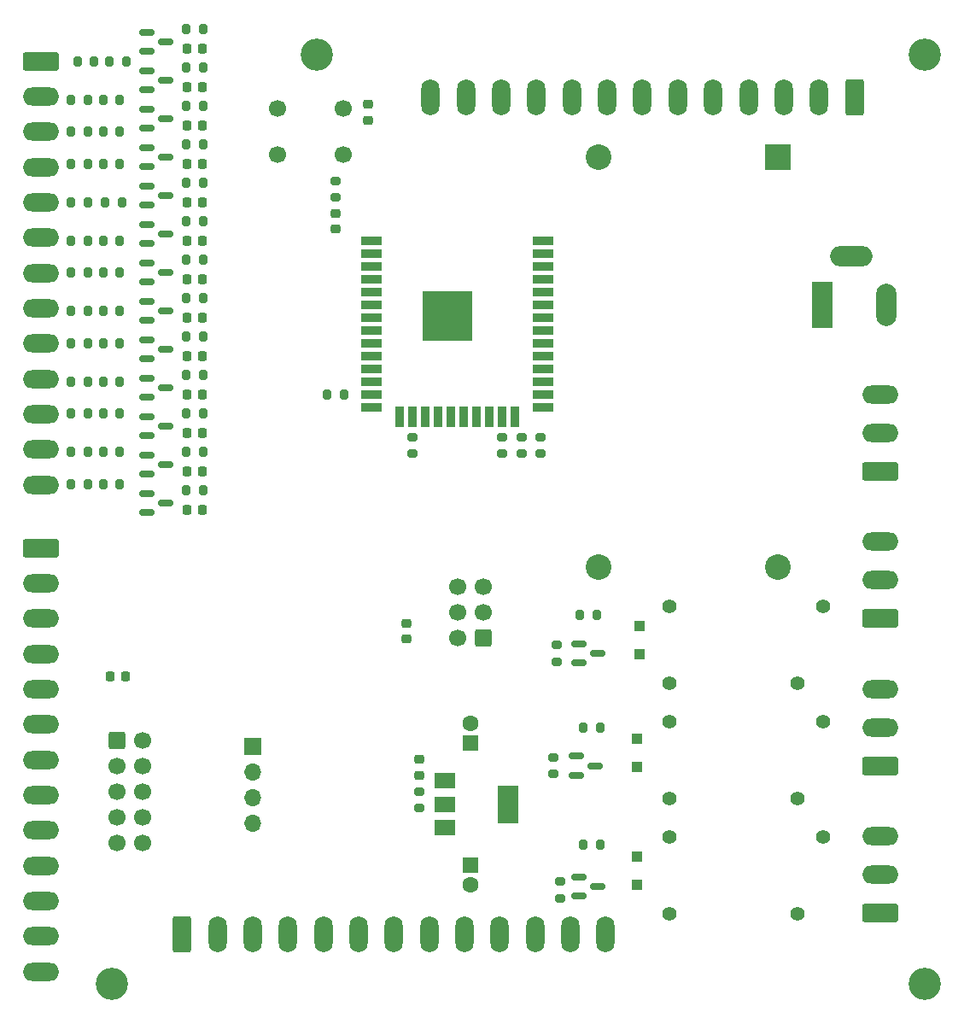
<source format=gts>
%TF.GenerationSoftware,KiCad,Pcbnew,(6.0.0)*%
%TF.CreationDate,2022-03-13T20:29:15-04:00*%
%TF.ProjectId,alarm_panel_breakout,616c6172-6d5f-4706-916e-656c5f627265,rev?*%
%TF.SameCoordinates,Original*%
%TF.FileFunction,Soldermask,Top*%
%TF.FilePolarity,Negative*%
%FSLAX46Y46*%
G04 Gerber Fmt 4.6, Leading zero omitted, Abs format (unit mm)*
G04 Created by KiCad (PCBNEW (6.0.0)) date 2022-03-13 20:29:15*
%MOMM*%
%LPD*%
G01*
G04 APERTURE LIST*
G04 Aperture macros list*
%AMRoundRect*
0 Rectangle with rounded corners*
0 $1 Rounding radius*
0 $2 $3 $4 $5 $6 $7 $8 $9 X,Y pos of 4 corners*
0 Add a 4 corners polygon primitive as box body*
4,1,4,$2,$3,$4,$5,$6,$7,$8,$9,$2,$3,0*
0 Add four circle primitives for the rounded corners*
1,1,$1+$1,$2,$3*
1,1,$1+$1,$4,$5*
1,1,$1+$1,$6,$7*
1,1,$1+$1,$8,$9*
0 Add four rect primitives between the rounded corners*
20,1,$1+$1,$2,$3,$4,$5,0*
20,1,$1+$1,$4,$5,$6,$7,0*
20,1,$1+$1,$6,$7,$8,$9,0*
20,1,$1+$1,$8,$9,$2,$3,0*%
G04 Aperture macros list end*
%ADD10RoundRect,0.200000X0.200000X0.275000X-0.200000X0.275000X-0.200000X-0.275000X0.200000X-0.275000X0*%
%ADD11RoundRect,0.150000X-0.587500X-0.150000X0.587500X-0.150000X0.587500X0.150000X-0.587500X0.150000X0*%
%ADD12RoundRect,0.200000X-0.200000X-0.275000X0.200000X-0.275000X0.200000X0.275000X-0.200000X0.275000X0*%
%ADD13RoundRect,0.200000X-0.275000X0.200000X-0.275000X-0.200000X0.275000X-0.200000X0.275000X0.200000X0*%
%ADD14RoundRect,0.225000X-0.250000X0.225000X-0.250000X-0.225000X0.250000X-0.225000X0.250000X0.225000X0*%
%ADD15R,2.540000X2.540000*%
%ADD16C,2.540000*%
%ADD17RoundRect,0.218750X-0.256250X0.218750X-0.256250X-0.218750X0.256250X-0.218750X0.256250X0.218750X0*%
%ADD18R,1.600000X1.600000*%
%ADD19C,1.600000*%
%ADD20RoundRect,0.225000X-0.225000X-0.250000X0.225000X-0.250000X0.225000X0.250000X-0.225000X0.250000X0*%
%ADD21C,1.400000*%
%ADD22R,2.000000X4.600000*%
%ADD23O,2.000000X4.200000*%
%ADD24O,4.200000X2.000000*%
%ADD25C,3.200000*%
%ADD26RoundRect,0.250000X-1.550000X0.650000X-1.550000X-0.650000X1.550000X-0.650000X1.550000X0.650000X0*%
%ADD27O,3.600000X1.800000*%
%ADD28RoundRect,0.225000X0.225000X0.250000X-0.225000X0.250000X-0.225000X-0.250000X0.225000X-0.250000X0*%
%ADD29RoundRect,0.250000X-0.650000X-1.550000X0.650000X-1.550000X0.650000X1.550000X-0.650000X1.550000X0*%
%ADD30O,1.800000X3.600000*%
%ADD31RoundRect,0.200000X0.275000X-0.200000X0.275000X0.200000X-0.275000X0.200000X-0.275000X-0.200000X0*%
%ADD32R,1.100000X1.100000*%
%ADD33RoundRect,0.250000X-0.600000X-0.600000X0.600000X-0.600000X0.600000X0.600000X-0.600000X0.600000X0*%
%ADD34C,1.700000*%
%ADD35RoundRect,0.225000X0.250000X-0.225000X0.250000X0.225000X-0.250000X0.225000X-0.250000X-0.225000X0*%
%ADD36RoundRect,0.250000X1.550000X-0.650000X1.550000X0.650000X-1.550000X0.650000X-1.550000X-0.650000X0*%
%ADD37R,2.000000X0.900000*%
%ADD38R,0.900000X2.000000*%
%ADD39R,5.000000X5.000000*%
%ADD40RoundRect,0.250000X0.650000X1.550000X-0.650000X1.550000X-0.650000X-1.550000X0.650000X-1.550000X0*%
%ADD41RoundRect,0.250000X0.600000X0.600000X-0.600000X0.600000X-0.600000X-0.600000X0.600000X-0.600000X0*%
%ADD42R,2.000000X1.500000*%
%ADD43R,2.000000X3.800000*%
%ADD44R,1.700000X1.700000*%
%ADD45O,1.700000X1.700000*%
G04 APERTURE END LIST*
D10*
%TO.C,R2*%
X34480000Y-33655000D03*
X32830000Y-33655000D03*
%TD*%
D11*
%TO.C,Q13*%
X14937500Y-5400000D03*
X14937500Y-7300000D03*
X16812500Y-6350000D03*
%TD*%
D12*
%TO.C,R18*%
X10605000Y-39370000D03*
X12255000Y-39370000D03*
%TD*%
%TO.C,R16*%
X18860000Y-43180000D03*
X20510000Y-43180000D03*
%TD*%
D13*
%TO.C,R9*%
X55530000Y-58510000D03*
X55530000Y-60160000D03*
%TD*%
D12*
%TO.C,R17*%
X7430000Y-39370000D03*
X9080000Y-39370000D03*
%TD*%
%TO.C,R15*%
X10605000Y-42545000D03*
X12255000Y-42545000D03*
%TD*%
D14*
%TO.C,C3*%
X33655000Y-15735000D03*
X33655000Y-17285000D03*
%TD*%
D15*
%TO.C,U3*%
X77470000Y-10160000D03*
D16*
X59690000Y-10160000D03*
X59690000Y-50800000D03*
X77470000Y-50800000D03*
%TD*%
D11*
%TO.C,Q12*%
X14937500Y-9210000D03*
X14937500Y-11110000D03*
X16812500Y-10160000D03*
%TD*%
D12*
%TO.C,R44*%
X8065000Y-635000D03*
X9715000Y-635000D03*
%TD*%
D17*
%TO.C,D1*%
X41910000Y-69887500D03*
X41910000Y-71462500D03*
%TD*%
D18*
%TO.C,C4*%
X46990000Y-80324888D03*
D19*
X46990000Y-82324888D03*
%TD*%
D20*
%TO.C,C10*%
X18910000Y-33655000D03*
X20460000Y-33655000D03*
%TD*%
D11*
%TO.C,Q7*%
X14937500Y-32070000D03*
X14937500Y-33970000D03*
X16812500Y-33020000D03*
%TD*%
%TO.C,Q4*%
X14937500Y-43500000D03*
X14937500Y-45400000D03*
X16812500Y-44450000D03*
%TD*%
D20*
%TO.C,C16*%
X18910000Y-6985000D03*
X20460000Y-6985000D03*
%TD*%
D13*
%TO.C,R3*%
X52070000Y-37910000D03*
X52070000Y-39560000D03*
%TD*%
D21*
%TO.C,K3*%
X66740000Y-77575000D03*
X81980000Y-77575000D03*
X79440000Y-85175000D03*
X66740000Y-85175000D03*
%TD*%
D12*
%TO.C,R32*%
X7430000Y-18415000D03*
X9080000Y-18415000D03*
%TD*%
D11*
%TO.C,Q5*%
X14937500Y-39690000D03*
X14937500Y-41590000D03*
X16812500Y-40640000D03*
%TD*%
D12*
%TO.C,R40*%
X18860000Y-8890000D03*
X20510000Y-8890000D03*
%TD*%
D20*
%TO.C,C7*%
X18910000Y-45085000D03*
X20460000Y-45085000D03*
%TD*%
%TO.C,C15*%
X18910000Y-10795000D03*
X20460000Y-10795000D03*
%TD*%
D22*
%TO.C,J9*%
X81915000Y-24780000D03*
D23*
X88215000Y-24780000D03*
D24*
X84815000Y-19980000D03*
%TD*%
D25*
%TO.C,REF\u002A\u002A*%
X92075000Y-92075000D03*
%TD*%
D20*
%TO.C,C14*%
X18910000Y-14605000D03*
X20460000Y-14605000D03*
%TD*%
D11*
%TO.C,Q6*%
X14937500Y-35880000D03*
X14937500Y-37780000D03*
X16812500Y-36830000D03*
%TD*%
D20*
%TO.C,C9*%
X18910000Y-37465000D03*
X20460000Y-37465000D03*
%TD*%
D26*
%TO.C,J11*%
X4445000Y-635000D03*
D27*
X4445000Y-4135000D03*
X4445000Y-7635000D03*
X4445000Y-11135000D03*
X4445000Y-14635000D03*
X4445000Y-18135000D03*
X4445000Y-21635000D03*
X4445000Y-25135000D03*
X4445000Y-28635000D03*
X4445000Y-32135000D03*
X4445000Y-35635000D03*
X4445000Y-39135000D03*
X4445000Y-42635000D03*
%TD*%
D20*
%TO.C,C18*%
X18910000Y-26035000D03*
X20460000Y-26035000D03*
%TD*%
D11*
%TO.C,Q1*%
X57767500Y-58385000D03*
X57767500Y-60285000D03*
X59642500Y-59335000D03*
%TD*%
D20*
%TO.C,C19*%
X18910000Y-3175000D03*
X20460000Y-3175000D03*
%TD*%
D28*
%TO.C,C1*%
X12840000Y-61595000D03*
X11290000Y-61595000D03*
%TD*%
D12*
%TO.C,R43*%
X18860000Y-5080000D03*
X20510000Y-5080000D03*
%TD*%
%TO.C,R8*%
X57880000Y-55525000D03*
X59530000Y-55525000D03*
%TD*%
%TO.C,R19*%
X18860000Y-39370000D03*
X20510000Y-39370000D03*
%TD*%
D29*
%TO.C,J12*%
X18425000Y-87237500D03*
D30*
X21925000Y-87237500D03*
X25425000Y-87237500D03*
X28925000Y-87237500D03*
X32425000Y-87237500D03*
X35925000Y-87237500D03*
X39425000Y-87237500D03*
X42925000Y-87237500D03*
X46425000Y-87237500D03*
X49925000Y-87237500D03*
X53425000Y-87237500D03*
X56925000Y-87237500D03*
X60425000Y-87237500D03*
%TD*%
D31*
%TO.C,R7*%
X53975000Y-39560000D03*
X53975000Y-37910000D03*
%TD*%
D32*
%TO.C,D3*%
X63500000Y-67815000D03*
X63500000Y-70615000D03*
%TD*%
D12*
%TO.C,R50*%
X7430000Y-4445000D03*
X9080000Y-4445000D03*
%TD*%
D11*
%TO.C,Q3*%
X57785000Y-81530000D03*
X57785000Y-83430000D03*
X59660000Y-82480000D03*
%TD*%
%TO.C,Q16*%
X14937500Y-1590000D03*
X14937500Y-3490000D03*
X16812500Y-2540000D03*
%TD*%
D12*
%TO.C,R30*%
X10605000Y-21590000D03*
X12255000Y-21590000D03*
%TD*%
%TO.C,R36*%
X10795000Y-14605000D03*
X12445000Y-14605000D03*
%TD*%
D11*
%TO.C,Q10*%
X14937500Y-16830000D03*
X14937500Y-18730000D03*
X16812500Y-17780000D03*
%TD*%
D12*
%TO.C,R47*%
X7430000Y-25400000D03*
X9080000Y-25400000D03*
%TD*%
%TO.C,R49*%
X18860000Y-24130000D03*
X20510000Y-24130000D03*
%TD*%
D14*
%TO.C,C2*%
X36830000Y-4940000D03*
X36830000Y-6490000D03*
%TD*%
D12*
%TO.C,R22*%
X18860000Y-35560000D03*
X20510000Y-35560000D03*
%TD*%
D18*
%TO.C,C5*%
X46990000Y-68265113D03*
D19*
X46990000Y-66265113D03*
%TD*%
D11*
%TO.C,Q8*%
X14937500Y-28260000D03*
X14937500Y-30160000D03*
X16812500Y-29210000D03*
%TD*%
D12*
%TO.C,R34*%
X18860000Y-16510000D03*
X20510000Y-16510000D03*
%TD*%
D33*
%TO.C,J1*%
X11947500Y-67945000D03*
D34*
X14487500Y-67945000D03*
X11947500Y-70485000D03*
X14487500Y-70485000D03*
X11947500Y-73025000D03*
X14487500Y-73025000D03*
X11947500Y-75565000D03*
X14487500Y-75565000D03*
X11947500Y-78105000D03*
X14487500Y-78105000D03*
%TD*%
D12*
%TO.C,R14*%
X7430000Y-42545000D03*
X9080000Y-42545000D03*
%TD*%
%TO.C,R52*%
X18860000Y-1270000D03*
X20510000Y-1270000D03*
%TD*%
%TO.C,R31*%
X18860000Y-20320000D03*
X20510000Y-20320000D03*
%TD*%
D34*
%TO.C,SW1*%
X27865000Y-5370000D03*
X34365000Y-5370000D03*
X27865000Y-9870000D03*
X34365000Y-9870000D03*
%TD*%
D20*
%TO.C,C8*%
X18910000Y-41275000D03*
X20460000Y-41275000D03*
%TD*%
D12*
%TO.C,R23*%
X7430000Y-32385000D03*
X9080000Y-32385000D03*
%TD*%
%TO.C,R28*%
X18860000Y-27940000D03*
X20510000Y-27940000D03*
%TD*%
D35*
%TO.C,C6*%
X40640000Y-57925000D03*
X40640000Y-56375000D03*
%TD*%
D13*
%TO.C,R5*%
X41275000Y-37910000D03*
X41275000Y-39560000D03*
%TD*%
D12*
%TO.C,R29*%
X7430000Y-21590000D03*
X9080000Y-21590000D03*
%TD*%
%TO.C,R12*%
X58230000Y-78355000D03*
X59880000Y-78355000D03*
%TD*%
D25*
%TO.C,REF\u002A\u002A*%
X11430000Y-92075000D03*
%TD*%
D12*
%TO.C,R10*%
X58230000Y-66675000D03*
X59880000Y-66675000D03*
%TD*%
D11*
%TO.C,Q15*%
X14937500Y-24450000D03*
X14937500Y-26350000D03*
X16812500Y-25400000D03*
%TD*%
D36*
%TO.C,J4*%
X87630000Y-41275000D03*
D27*
X87630000Y-37465000D03*
X87630000Y-33655000D03*
%TD*%
D25*
%TO.C,REF\u002A\u002A*%
X92075000Y0D03*
%TD*%
D37*
%TO.C,U1*%
X37220000Y-18415000D03*
X37220000Y-19685000D03*
X37220000Y-20955000D03*
X37220000Y-22225000D03*
X37220000Y-23495000D03*
X37220000Y-24765000D03*
X37220000Y-26035000D03*
X37220000Y-27305000D03*
X37220000Y-28575000D03*
X37220000Y-29845000D03*
X37220000Y-31115000D03*
X37220000Y-32385000D03*
X37220000Y-33655000D03*
X37220000Y-34925000D03*
D38*
X40005000Y-35925000D03*
X41275000Y-35925000D03*
X42545000Y-35925000D03*
X43815000Y-35925000D03*
X45085000Y-35925000D03*
X46355000Y-35925000D03*
X47625000Y-35925000D03*
X48895000Y-35925000D03*
X50165000Y-35925000D03*
X51435000Y-35925000D03*
D37*
X54220000Y-34925000D03*
X54220000Y-33655000D03*
X54220000Y-32385000D03*
X54220000Y-31115000D03*
X54220000Y-29845000D03*
X54220000Y-28575000D03*
X54220000Y-27305000D03*
X54220000Y-26035000D03*
X54220000Y-24765000D03*
X54220000Y-23495000D03*
X54220000Y-22225000D03*
X54220000Y-20955000D03*
X54220000Y-19685000D03*
X54220000Y-18415000D03*
D39*
X44720000Y-25915000D03*
%TD*%
D11*
%TO.C,Q11*%
X14937500Y-13020000D03*
X14937500Y-14920000D03*
X16812500Y-13970000D03*
%TD*%
%TO.C,Q9*%
X14937500Y-20640000D03*
X14937500Y-22540000D03*
X16812500Y-21590000D03*
%TD*%
D40*
%TO.C,J10*%
X85080000Y-4202500D03*
D30*
X81580000Y-4202500D03*
X78080000Y-4202500D03*
X74580000Y-4202500D03*
X71080000Y-4202500D03*
X67580000Y-4202500D03*
X64080000Y-4202500D03*
X60580000Y-4202500D03*
X57080000Y-4202500D03*
X53580000Y-4202500D03*
X50080000Y-4202500D03*
X46580000Y-4202500D03*
X43080000Y-4202500D03*
%TD*%
D12*
%TO.C,R24*%
X10605000Y-32385000D03*
X12255000Y-32385000D03*
%TD*%
%TO.C,R35*%
X7430000Y-14605000D03*
X9080000Y-14605000D03*
%TD*%
D32*
%TO.C,D4*%
X63500000Y-79495000D03*
X63500000Y-82295000D03*
%TD*%
D11*
%TO.C,Q2*%
X57482500Y-69535000D03*
X57482500Y-71435000D03*
X59357500Y-70485000D03*
%TD*%
D21*
%TO.C,K1*%
X66740000Y-54715000D03*
X81980000Y-54715000D03*
X79440000Y-62315000D03*
X66740000Y-62315000D03*
%TD*%
D12*
%TO.C,R51*%
X10605000Y-4445000D03*
X12255000Y-4445000D03*
%TD*%
D13*
%TO.C,R13*%
X55880000Y-81975000D03*
X55880000Y-83625000D03*
%TD*%
D11*
%TO.C,Q14*%
X14937500Y2220000D03*
X14937500Y320000D03*
X16812500Y1270000D03*
%TD*%
D31*
%TO.C,R4*%
X41910000Y-74675000D03*
X41910000Y-73025000D03*
%TD*%
D20*
%TO.C,C12*%
X18910000Y-22225000D03*
X20460000Y-22225000D03*
%TD*%
%TO.C,C17*%
X18910000Y635000D03*
X20460000Y635000D03*
%TD*%
D41*
%TO.C,J2*%
X48260000Y-57785000D03*
D34*
X45720000Y-57785000D03*
X48260000Y-55245000D03*
X45720000Y-55245000D03*
X48260000Y-52705000D03*
X45720000Y-52705000D03*
%TD*%
D12*
%TO.C,R26*%
X7430000Y-28575000D03*
X9080000Y-28575000D03*
%TD*%
%TO.C,R48*%
X10605000Y-25400000D03*
X12255000Y-25400000D03*
%TD*%
D36*
%TO.C,J8*%
X87630000Y-55880000D03*
D27*
X87630000Y-52070000D03*
X87630000Y-48260000D03*
%TD*%
D12*
%TO.C,R38*%
X7430000Y-10795000D03*
X9080000Y-10795000D03*
%TD*%
D13*
%TO.C,R6*%
X50165000Y-37910000D03*
X50165000Y-39560000D03*
%TD*%
D32*
%TO.C,D2*%
X63785000Y-56665000D03*
X63785000Y-59465000D03*
%TD*%
D12*
%TO.C,R20*%
X7430000Y-35560000D03*
X9080000Y-35560000D03*
%TD*%
D25*
%TO.C,REF\u002A\u002A*%
X31750000Y0D03*
%TD*%
D12*
%TO.C,R39*%
X10605000Y-10795000D03*
X12255000Y-10795000D03*
%TD*%
D42*
%TO.C,U2*%
X44475000Y-71995000D03*
X44475000Y-74295000D03*
D43*
X50775000Y-74295000D03*
D42*
X44475000Y-76595000D03*
%TD*%
D12*
%TO.C,R27*%
X10605000Y-28575000D03*
X12255000Y-28575000D03*
%TD*%
%TO.C,R25*%
X18860000Y-31750000D03*
X20510000Y-31750000D03*
%TD*%
%TO.C,R21*%
X10605000Y-35560000D03*
X12255000Y-35560000D03*
%TD*%
%TO.C,R42*%
X10605000Y-7620000D03*
X12255000Y-7620000D03*
%TD*%
D20*
%TO.C,C13*%
X18910000Y-18415000D03*
X20460000Y-18415000D03*
%TD*%
D12*
%TO.C,R37*%
X18860000Y-12700000D03*
X20510000Y-12700000D03*
%TD*%
%TO.C,R41*%
X7430000Y-7620000D03*
X9080000Y-7620000D03*
%TD*%
D21*
%TO.C,K2*%
X66740000Y-66145000D03*
X81980000Y-66145000D03*
X79440000Y-73745000D03*
X66740000Y-73745000D03*
%TD*%
D12*
%TO.C,R45*%
X11240000Y-635000D03*
X12890000Y-635000D03*
%TD*%
D20*
%TO.C,C11*%
X18910000Y-29845000D03*
X20460000Y-29845000D03*
%TD*%
D26*
%TO.C,J13*%
X4445000Y-48895000D03*
D27*
X4445000Y-52395000D03*
X4445000Y-55895000D03*
X4445000Y-59395000D03*
X4445000Y-62895000D03*
X4445000Y-66395000D03*
X4445000Y-69895000D03*
X4445000Y-73395000D03*
X4445000Y-76895000D03*
X4445000Y-80395000D03*
X4445000Y-83895000D03*
X4445000Y-87395000D03*
X4445000Y-90895000D03*
%TD*%
D12*
%TO.C,R33*%
X10605000Y-18415000D03*
X12255000Y-18415000D03*
%TD*%
D13*
%TO.C,R1*%
X33655000Y-12510000D03*
X33655000Y-14160000D03*
%TD*%
D44*
%TO.C,J3*%
X25400000Y-68590000D03*
D45*
X25400000Y-71130000D03*
X25400000Y-73670000D03*
X25400000Y-76210000D03*
%TD*%
D12*
%TO.C,R46*%
X18860000Y2540000D03*
X20510000Y2540000D03*
%TD*%
D36*
%TO.C,J7*%
X87630000Y-70485000D03*
D27*
X87630000Y-66675000D03*
X87630000Y-62865000D03*
%TD*%
D36*
%TO.C,J6*%
X87630000Y-85090000D03*
D27*
X87630000Y-81280000D03*
X87630000Y-77470000D03*
%TD*%
D13*
%TO.C,R11*%
X55245000Y-69660000D03*
X55245000Y-71310000D03*
%TD*%
M02*

</source>
